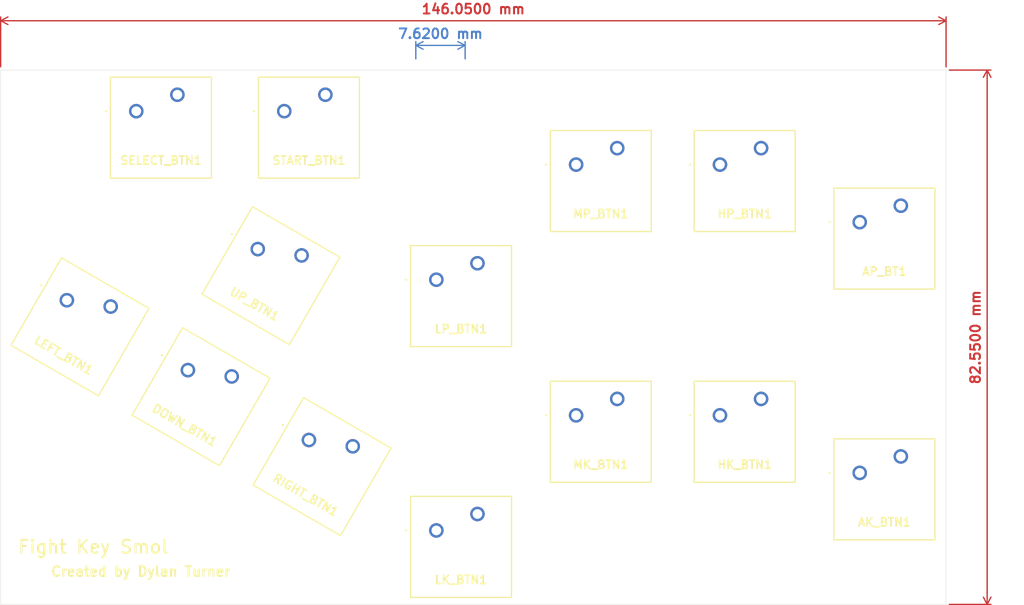
<source format=kicad_pcb>
(kicad_pcb (version 20211014) (generator pcbnew)
  (title_block (title "Fight Key Smol PCB") (date "2023-04-14") (rev "2") (company "Dylan Turner"))
  (layers (0 "F.Cu" signal) (31 "B.Cu" signal) (34 "B.Paste" user) (35 "F.Paste" user) (36 "B.SilkS" user "B.Silkscreen") (37 "F.SilkS" user "F.Silkscreen") (38 "B.Mask" user) (39 "F.Mask" user) (44 "Edge.Cuts" user))
  (net 0 "")
  (net 1 "/GND")
  (net 2 "/LK")
  (net 3 "/MK")
  (net 4 "/HK")
  (net 5 "/AK")
  (net 6 "/LP")
  (net 7 "/MP")
  (net 8 "/HP")
  (net 9 "/AP")
  (net 10 "/DOWN")
  (net 11 "/LEFT")
  (net 12 "/RIGHT")
  (net 13 "/SELECT")
  (net 14 "/START")
  (net 15 "/UP")
  (footprint "SamacSys_Parts:MX1AE1NW" (layer "F.Cu") (at 79.727511 98.425 -30)
    (fp_text reference "DOWN_BTN1" (at 3.81 7.62 -30) (layer "F.SilkS") (effects (font (size 1.27 1.27) (thickness 0.254))))
    (fp_text value "MX1A-E1NW" hide)
    (fp_line (start -4.7 0) (end -4.7 0) (layer "F.SilkS") (width 0.2))
    (fp_line (start 11.61 10.34) (end 11.61 -5.26) (layer "F.SilkS") (width 0.2))
    (fp_line (start -3.99 10.34) (end 11.61 10.34) (layer "F.SilkS") (width 0.2))
    (fp_line (start -4.6 0) (end -4.6 0) (layer "F.SilkS") (width 0.2))
    (fp_line (start 11.61 -5.26) (end -3.99 -5.26) (layer "F.SilkS") (width 0.2))
    (fp_line (start -4.7 0) (end -4.7 0) (layer "F.SilkS") (width 0.2))
    (fp_line (start -3.99 -5.26) (end -3.99 10.34) (layer "F.SilkS") (width 0.2))
    (fp_arc (start -4.6 0) (mid -4.65 0.05) (end -4.7 0) (layer "F.SilkS") (width 0.2))
    (fp_arc (start -4.7 0) (mid -4.65 -0.05) (end -4.6 0) (layer "F.SilkS") (width 0.2))
    (fp_arc (start -4.6 0) (mid -4.65 0.05) (end -4.7 0) (layer "F.SilkS") (width 0.2))
    (pad "" np_thru_hole circle (at 3.81 2.54 330) (size 3.9878 3.9878) (drill 3.9878) (layers *.Cu *.Mask))
    (pad "1" thru_hole circle (at 0 0 330) (size 2.248 2.248) (drill 1.4986) (layers *.Cu *.Mask) (net 1 "/GND"))
    (pad "2" thru_hole circle (at 6.35 -2.54 330) (size 2.248 2.248) (drill 1.4986) (layers *.Cu *.Mask) (net 10 "/DOWN"))
  )
  (footprint "SamacSys_Parts:MX1AE1NW" (layer "F.Cu") (at 94.615 58.42)
    (fp_text reference "START_BTN1" (at 3.81 7.62) (layer "F.SilkS") (effects (font (size 1.27 1.27) (thickness 0.254))))
    (fp_text value "MX1A-E1NW" hide)
    (fp_line (start -3.99 10.34) (end 11.61 10.34) (layer "F.SilkS") (width 0.2))
    (fp_line (start 11.61 -5.26) (end -3.99 -5.26) (layer "F.SilkS") (width 0.2))
    (fp_line (start -3.99 -5.26) (end -3.99 10.34) (layer "F.SilkS") (width 0.2))
    (fp_line (start -4.7 0) (end -4.7 0) (layer "F.SilkS") (width 0.2))
    (fp_line (start -4.7 0) (end -4.7 0) (layer "F.SilkS") (width 0.2))
    (fp_line (start 11.61 10.34) (end 11.61 -5.26) (layer "F.SilkS") (width 0.2))
    (fp_line (start -4.6 0) (end -4.6 0) (layer "F.SilkS") (width 0.2))
    (fp_arc (start -4.7 0) (mid -4.65 -0.05) (end -4.6 0) (layer "F.SilkS") (width 0.2))
    (fp_arc (start -4.6 0) (mid -4.65 0.05) (end -4.7 0) (layer "F.SilkS") (width 0.2))
    (fp_arc (start -4.6 0) (mid -4.65 0.05) (end -4.7 0) (layer "F.SilkS") (width 0.2))
    (pad "" np_thru_hole circle (at 3.81 2.54) (size 3.9878 3.9878) (drill 3.9878) (layers *.Cu *.Mask))
    (pad "1" thru_hole circle (at 0 0) (size 2.248 2.248) (drill 1.4986) (layers *.Cu *.Mask) (net 1 "/GND"))
    (pad "2" thru_hole circle (at 6.35 -2.54) (size 2.248 2.248) (drill 1.4986) (layers *.Cu *.Mask) (net 14 "/START"))
  )
  (footprint "SamacSys_Parts:MX1AE1NW" (layer "F.Cu") (at 61.030023 87.63 -30)
    (fp_text reference "LEFT_BTN1" (at 3.81 7.62 -30) (layer "F.SilkS") (effects (font (size 1.27 1.27) (thickness 0.254))))
    (fp_text value "MX1A-E1NW" hide)
    (fp_line (start 11.61 10.34) (end 11.61 -5.26) (layer "F.SilkS") (width 0.2))
    (fp_line (start -4.7 0) (end -4.7 0) (layer "F.SilkS") (width 0.2))
    (fp_line (start -3.99 -5.26) (end -3.99 10.34) (layer "F.SilkS") (width 0.2))
    (fp_line (start -3.99 10.34) (end 11.61 10.34) (layer "F.SilkS") (width 0.2))
    (fp_line (start -4.6 0) (end -4.6 0) (layer "F.SilkS") (width 0.2))
    (fp_line (start 11.61 -5.26) (end -3.99 -5.26) (layer "F.SilkS") (width 0.2))
    (fp_line (start -4.7 0) (end -4.7 0) (layer "F.SilkS") (width 0.2))
    (fp_arc (start -4.7 0) (mid -4.65 -0.05) (end -4.6 0) (layer "F.SilkS") (width 0.2))
    (fp_arc (start -4.6 0) (mid -4.65 0.05) (end -4.7 0) (layer "F.SilkS") (width 0.2))
    (fp_arc (start -4.6 0) (mid -4.65 0.05) (end -4.7 0) (layer "F.SilkS") (width 0.2))
    (pad "" np_thru_hole circle (at 3.81 2.54 330) (size 3.9878 3.9878) (drill 3.9878) (layers *.Cu *.Mask))
    (pad "1" thru_hole circle (at 0 0 330) (size 2.248 2.248) (drill 1.4986) (layers *.Cu *.Mask) (net 1 "/GND"))
    (pad "2" thru_hole circle (at 6.35 -2.54 330) (size 2.248 2.248) (drill 1.4986) (layers *.Cu *.Mask) (net 11 "/LEFT"))
  )
  (footprint "SamacSys_Parts:MX1AE1NW" (layer "F.Cu") (at 98.425 109.22 -30)
    (fp_text reference "RIGHT_BTN1" (at 3.81 7.62 -30) (layer "F.SilkS") (effects (font (size 1.27 1.27) (thickness 0.254))))
    (fp_text value "MX1A-E1NW" hide)
    (fp_line (start -4.7 0) (end -4.7 0) (layer "F.SilkS") (width 0.2))
    (fp_line (start -3.99 -5.26) (end -3.99 10.34) (layer "F.SilkS") (width 0.2))
    (fp_line (start -3.99 10.34) (end 11.61 10.34) (layer "F.SilkS") (width 0.2))
    (fp_line (start -4.6 0) (end -4.6 0) (layer "F.SilkS") (width 0.2))
    (fp_line (start -4.7 0) (end -4.7 0) (layer "F.SilkS") (width 0.2))
    (fp_line (start 11.61 10.34) (end 11.61 -5.26) (layer "F.SilkS") (width 0.2))
    (fp_line (start 11.61 -5.26) (end -3.99 -5.26) (layer "F.SilkS") (width 0.2))
    (fp_arc (start -4.7 0) (mid -4.65 -0.05) (end -4.6 0) (layer "F.SilkS") (width 0.2))
    (fp_arc (start -4.6 0) (mid -4.65 0.05) (end -4.7 0) (layer "F.SilkS") (width 0.2))
    (fp_arc (start -4.6 0) (mid -4.65 0.05) (end -4.7 0) (layer "F.SilkS") (width 0.2))
    (pad "" np_thru_hole circle (at 3.81 2.54 330) (size 3.9878 3.9878) (drill 3.9878) (layers *.Cu *.Mask))
    (pad "1" thru_hole circle (at 0 0 330) (size 2.248 2.248) (drill 1.4986) (layers *.Cu *.Mask) (net 1 "/GND"))
    (pad "2" thru_hole circle (at 6.35 -2.54 330) (size 2.248 2.248) (drill 1.4986) (layers *.Cu *.Mask) (net 12 "/RIGHT"))
  )
  (footprint "SamacSys_Parts:MX1AE1NW" (layer "F.Cu") (at 71.755 58.42)
    (fp_text reference "SELECT_BTN1" (at 3.81 7.62) (layer "F.SilkS") (effects (font (size 1.27 1.27) (thickness 0.254))))
    (fp_text value "MX1A-E1NW" hide)
    (fp_line (start -4.6 0) (end -4.6 0) (layer "F.SilkS") (width 0.2))
    (fp_line (start -4.7 0) (end -4.7 0) (layer "F.SilkS") (width 0.2))
    (fp_line (start -3.99 -5.26) (end -3.99 10.34) (layer "F.SilkS") (width 0.2))
    (fp_line (start 11.61 -5.26) (end -3.99 -5.26) (layer "F.SilkS") (width 0.2))
    (fp_line (start -3.99 10.34) (end 11.61 10.34) (layer "F.SilkS") (width 0.2))
    (fp_line (start -4.7 0) (end -4.7 0) (layer "F.SilkS") (width 0.2))
    (fp_line (start 11.61 10.34) (end 11.61 -5.26) (layer "F.SilkS") (width 0.2))
    (fp_arc (start -4.6 0) (mid -4.65 0.05) (end -4.7 0) (layer "F.SilkS") (width 0.2))
    (fp_arc (start -4.7 0) (mid -4.65 -0.05) (end -4.6 0) (layer "F.SilkS") (width 0.2))
    (fp_arc (start -4.6 0) (mid -4.65 0.05) (end -4.7 0) (layer "F.SilkS") (width 0.2))
    (pad "" np_thru_hole circle (at 3.81 2.54) (size 3.9878 3.9878) (drill 3.9878) (layers *.Cu *.Mask))
    (pad "1" thru_hole circle (at 0 0) (size 2.248 2.248) (drill 1.4986) (layers *.Cu *.Mask) (net 1 "/GND"))
    (pad "2" thru_hole circle (at 6.35 -2.54) (size 2.248 2.248) (drill 1.4986) (layers *.Cu *.Mask) (net 13 "/SELECT"))
  )
  (footprint "SamacSys_Parts:MX1AE1NW" (layer "F.Cu") (at 90.522511 79.727511 -30)
    (fp_text reference "UP_BTN1" (at 3.81 7.62 -30) (layer "F.SilkS") (effects (font (size 1.27 1.27) (thickness 0.254))))
    (fp_text value "MX1A-E1NW" hide)
    (fp_line (start -4.7 0) (end -4.7 0) (layer "F.SilkS") (width 0.2))
    (fp_line (start -3.99 -5.26) (end -3.99 10.34) (layer "F.SilkS") (width 0.2))
    (fp_line (start -4.6 0) (end -4.6 0) (layer "F.SilkS") (width 0.2))
    (fp_line (start -4.7 0) (end -4.7 0) (layer "F.SilkS") (width 0.2))
    (fp_line (start 11.61 10.34) (end 11.61 -5.26) (layer "F.SilkS") (width 0.2))
    (fp_line (start -3.99 10.34) (end 11.61 10.34) (layer "F.SilkS") (width 0.2))
    (fp_line (start 11.61 -5.26) (end -3.99 -5.26) (layer "F.SilkS") (width 0.2))
    (fp_arc (start -4.7 0) (mid -4.65 -0.05) (end -4.6 0) (layer "F.SilkS") (width 0.2))
    (fp_arc (start -4.6 0) (mid -4.65 0.05) (end -4.7 0) (layer "F.SilkS") (width 0.2))
    (fp_arc (start -4.6 0) (mid -4.65 0.05) (end -4.7 0) (layer "F.SilkS") (width 0.2))
    (pad "" np_thru_hole circle (at 3.81 2.54 330) (size 3.9878 3.9878) (drill 3.9878) (layers *.Cu *.Mask))
    (pad "1" thru_hole circle (at 0 0 330) (size 2.248 2.248) (drill 1.4986) (layers *.Cu *.Mask) (net 1 "/GND"))
    (pad "2" thru_hole circle (at 6.35 -2.54 330) (size 2.248 2.248) (drill 1.4986) (layers *.Cu *.Mask) (net 15 "/UP"))
  )
  (footprint "SamacSys_Parts:MX1AE1NW" (layer "F.Cu") (at 118.11 123.19)
    (fp_text reference "LK_BTN1" (at 3.81 7.62) (layer "F.SilkS") (effects (font (size 1.27 1.27) (thickness 0.254))))
    (fp_text value "MX1A-E1NW" hide)
    (fp_line (start -3.99 -5.26) (end -3.99 10.34) (layer "F.SilkS") (width 0.2))
    (fp_line (start 11.61 10.34) (end 11.61 -5.26) (layer "F.SilkS") (width 0.2))
    (fp_line (start -4.7 0) (end -4.7 0) (layer "F.SilkS") (width 0.2))
    (fp_line (start -3.99 10.34) (end 11.61 10.34) (layer "F.SilkS") (width 0.2))
    (fp_line (start -4.7 0) (end -4.7 0) (layer "F.SilkS") (width 0.2))
    (fp_line (start 11.61 -5.26) (end -3.99 -5.26) (layer "F.SilkS") (width 0.2))
    (fp_line (start -4.6 0) (end -4.6 0) (layer "F.SilkS") (width 0.2))
    (fp_arc (start -4.7 0) (mid -4.65 -0.05) (end -4.6 0) (layer "F.SilkS") (width 0.2))
    (fp_arc (start -4.6 0) (mid -4.65 0.05) (end -4.7 0) (layer "F.SilkS") (width 0.2))
    (fp_arc (start -4.6 0) (mid -4.65 0.05) (end -4.7 0) (layer "F.SilkS") (width 0.2))
    (pad "" np_thru_hole circle (at 3.81 2.54) (size 3.9878 3.9878) (drill 3.9878) (layers *.Cu *.Mask))
    (pad "1" thru_hole circle (at 0 0) (size 2.248 2.248) (drill 1.4986) (layers *.Cu *.Mask) (net 1 "/GND"))
    (pad "2" thru_hole circle (at 6.35 -2.54) (size 2.248 2.248) (drill 1.4986) (layers *.Cu *.Mask) (net 2 "/LK"))
  )
  (footprint "SamacSys_Parts:MX1AE1NW" (layer "F.Cu") (at 139.7 105.41)
    (fp_text reference "MK_BTN1" (at 3.81 7.62) (layer "F.SilkS") (effects (font (size 1.27 1.27) (thickness 0.254))))
    (fp_text value "MX1A-E1NW" hide)
    (fp_line (start 11.61 10.34) (end 11.61 -5.26) (layer "F.SilkS") (width 0.2))
    (fp_line (start -3.99 -5.26) (end -3.99 10.34) (layer "F.SilkS") (width 0.2))
    (fp_line (start -4.7 0) (end -4.7 0) (layer "F.SilkS") (width 0.2))
    (fp_line (start -3.99 10.34) (end 11.61 10.34) (layer "F.SilkS") (width 0.2))
    (fp_line (start -4.7 0) (end -4.7 0) (layer "F.SilkS") (width 0.2))
    (fp_line (start 11.61 -5.26) (end -3.99 -5.26) (layer "F.SilkS") (width 0.2))
    (fp_line (start -4.6 0) (end -4.6 0) (layer "F.SilkS") (width 0.2))
    (fp_arc (start -4.6 0) (mid -4.65 0.05) (end -4.7 0) (layer "F.SilkS") (width 0.2))
    (fp_arc (start -4.7 0) (mid -4.65 -0.05) (end -4.6 0) (layer "F.SilkS") (width 0.2))
    (fp_arc (start -4.6 0) (mid -4.65 0.05) (end -4.7 0) (layer "F.SilkS") (width 0.2))
    (pad "" np_thru_hole circle (at 3.81 2.54) (size 3.9878 3.9878) (drill 3.9878) (layers *.Cu *.Mask))
    (pad "1" thru_hole circle (at 0 0) (size 2.248 2.248) (drill 1.4986) (layers *.Cu *.Mask) (net 1 "/GND"))
    (pad "2" thru_hole circle (at 6.35 -2.54) (size 2.248 2.248) (drill 1.4986) (layers *.Cu *.Mask) (net 3 "/MK"))
  )
  (footprint "SamacSys_Parts:MX1AE1NW" (layer "F.Cu") (at 161.925 105.41)
    (fp_text reference "HK_BTN1" (at 3.81 7.62) (layer "F.SilkS") (effects (font (size 1.27 1.27) (thickness 0.254))))
    (fp_text value "MX1A-E1NW" hide)
    (fp_line (start -3.99 -5.26) (end -3.99 10.34) (layer "F.SilkS") (width 0.2))
    (fp_line (start -4.7 0) (end -4.7 0) (layer "F.SilkS") (width 0.2))
    (fp_line (start -4.6 0) (end -4.6 0) (layer "F.SilkS") (width 0.2))
    (fp_line (start -3.99 10.34) (end 11.61 10.34) (layer "F.SilkS") (width 0.2))
    (fp_line (start 11.61 10.34) (end 11.61 -5.26) (layer "F.SilkS") (width 0.2))
    (fp_line (start -4.7 0) (end -4.7 0) (layer "F.SilkS") (width 0.2))
    (fp_line (start 11.61 -5.26) (end -3.99 -5.26) (layer "F.SilkS") (width 0.2))
    (fp_arc (start -4.6 0) (mid -4.65 0.05) (end -4.7 0) (layer "F.SilkS") (width 0.2))
    (fp_arc (start -4.6 0) (mid -4.65 0.05) (end -4.7 0) (layer "F.SilkS") (width 0.2))
    (fp_arc (start -4.7 0) (mid -4.65 -0.05) (end -4.6 0) (layer "F.SilkS") (width 0.2))
    (pad "" np_thru_hole circle (at 3.81 2.54) (size 3.9878 3.9878) (drill 3.9878) (layers *.Cu *.Mask))
    (pad "1" thru_hole circle (at 0 0) (size 2.248 2.248) (drill 1.4986) (layers *.Cu *.Mask) (net 1 "/GND"))
    (pad "2" thru_hole circle (at 6.35 -2.54) (size 2.248 2.248) (drill 1.4986) (layers *.Cu *.Mask) (net 4 "/HK"))
  )
  (footprint "SamacSys_Parts:MX1AE1NW" (layer "F.Cu") (at 118.11 84.455)
    (fp_text reference "LP_BTN1" (at 3.81 7.62) (layer "F.SilkS") (effects (font (size 1.27 1.27) (thickness 0.254))))
    (fp_text value "MX1A-E1NW" hide)
    (fp_line (start 11.61 -5.26) (end -3.99 -5.26) (layer "F.SilkS") (width 0.2))
    (fp_line (start 11.61 10.34) (end 11.61 -5.26) (layer "F.SilkS") (width 0.2))
    (fp_line (start -3.99 10.34) (end 11.61 10.34) (layer "F.SilkS") (width 0.2))
    (fp_line (start -3.99 -5.26) (end -3.99 10.34) (layer "F.SilkS") (width 0.2))
    (fp_line (start -4.6 0) (end -4.6 0) (layer "F.SilkS") (width 0.2))
    (fp_line (start -4.7 0) (end -4.7 0) (layer "F.SilkS") (width 0.2))
    (fp_line (start -4.7 0) (end -4.7 0) (layer "F.SilkS") (width 0.2))
    (fp_arc (start -4.6 0) (mid -4.65 0.05) (end -4.7 0) (layer "F.SilkS") (width 0.2))
    (fp_arc (start -4.6 0) (mid -4.65 0.05) (end -4.7 0) (layer "F.SilkS") (width 0.2))
    (fp_arc (start -4.7 0) (mid -4.65 -0.05) (end -4.6 0) (layer "F.SilkS") (width 0.2))
    (pad "" np_thru_hole circle (at 3.81 2.54) (size 3.9878 3.9878) (drill 3.9878) (layers *.Cu *.Mask))
    (pad "1" thru_hole circle (at 0 0) (size 2.248 2.248) (drill 1.4986) (layers *.Cu *.Mask) (net 1 "/GND"))
    (pad "2" thru_hole circle (at 6.35 -2.54) (size 2.248 2.248) (drill 1.4986) (layers *.Cu *.Mask) (net 6 "/LP"))
  )
  (footprint "SamacSys_Parts:MX1AE1NW" (layer "F.Cu") (at 139.7 66.675)
    (fp_text reference "MP_BTN1" (at 3.81 7.62) (layer "F.SilkS") (effects (font (size 1.27 1.27) (thickness 0.254))))
    (fp_text value "MX1A-E1NW" hide)
    (fp_line (start -4.7 0) (end -4.7 0) (layer "F.SilkS") (width 0.2))
    (fp_line (start -3.99 -5.26) (end -3.99 10.34) (layer "F.SilkS") (width 0.2))
    (fp_line (start -4.6 0) (end -4.6 0) (layer "F.SilkS") (width 0.2))
    (fp_line (start -3.99 10.34) (end 11.61 10.34) (layer "F.SilkS") (width 0.2))
    (fp_line (start 11.61 -5.26) (end -3.99 -5.26) (layer "F.SilkS") (width 0.2))
    (fp_line (start -4.7 0) (end -4.7 0) (layer "F.SilkS") (width 0.2))
    (fp_line (start 11.61 10.34) (end 11.61 -5.26) (layer "F.SilkS") (width 0.2))
    (fp_arc (start -4.6 0) (mid -4.65 0.05) (end -4.7 0) (layer "F.SilkS") (width 0.2))
    (fp_arc (start -4.7 0) (mid -4.65 -0.05) (end -4.6 0) (layer "F.SilkS") (width 0.2))
    (fp_arc (start -4.6 0) (mid -4.65 0.05) (end -4.7 0) (layer "F.SilkS") (width 0.2))
    (pad "" np_thru_hole circle (at 3.81 2.54) (size 3.9878 3.9878) (drill 3.9878) (layers *.Cu *.Mask))
    (pad "1" thru_hole circle (at 0 0) (size 2.248 2.248) (drill 1.4986) (layers *.Cu *.Mask) (net 1 "/GND"))
    (pad "2" thru_hole circle (at 6.35 -2.54) (size 2.248 2.248) (drill 1.4986) (layers *.Cu *.Mask) (net 7 "/MP"))
  )
  (footprint "SamacSys_Parts:MX1AE1NW" (layer "F.Cu") (at 161.925 66.675)
    (fp_text reference "HP_BTN1" (at 3.81 7.62) (layer "F.SilkS") (effects (font (size 1.27 1.27) (thickness 0.254))))
    (fp_text value "MX1A-E1NW" hide)
    (fp_line (start -4.7 0) (end -4.7 0) (layer "F.SilkS") (width 0.2))
    (fp_line (start -4.7 0) (end -4.7 0) (layer "F.SilkS") (width 0.2))
    (fp_line (start 11.61 10.34) (end 11.61 -5.26) (layer "F.SilkS") (width 0.2))
    (fp_line (start -3.99 10.34) (end 11.61 10.34) (layer "F.SilkS") (width 0.2))
    (fp_line (start -3.99 -5.26) (end -3.99 10.34) (layer "F.SilkS") (width 0.2))
    (fp_line (start 11.61 -5.26) (end -3.99 -5.26) (layer "F.SilkS") (width 0.2))
    (fp_line (start -4.6 0) (end -4.6 0) (layer "F.SilkS") (width 0.2))
    (fp_arc (start -4.7 0) (mid -4.65 -0.05) (end -4.6 0) (layer "F.SilkS") (width 0.2))
    (fp_arc (start -4.6 0) (mid -4.65 0.05) (end -4.7 0) (layer "F.SilkS") (width 0.2))
    (fp_arc (start -4.6 0) (mid -4.65 0.05) (end -4.7 0) (layer "F.SilkS") (width 0.2))
    (pad "" np_thru_hole circle (at 3.81 2.54) (size 3.9878 3.9878) (drill 3.9878) (layers *.Cu *.Mask))
    (pad "1" thru_hole circle (at 0 0) (size 2.248 2.248) (drill 1.4986) (layers *.Cu *.Mask) (net 1 "/GND"))
    (pad "2" thru_hole circle (at 6.35 -2.54) (size 2.248 2.248) (drill 1.4986) (layers *.Cu *.Mask) (net 8 "/HP"))
  )
  (footprint "SamacSys_Parts:MX1AE1NW" (layer "F.Cu") (at 183.515 75.565)
    (fp_text reference "AP_BT1" (at 3.81 7.62) (layer "F.SilkS") (effects (font (size 1.27 1.27) (thickness 0.254))))
    (fp_text value "MX1A-E1NW" hide)
    (fp_line (start -4.7 0) (end -4.7 0) (layer "F.SilkS") (width 0.2))
    (fp_line (start -3.99 10.34) (end 11.61 10.34) (layer "F.SilkS") (width 0.2))
    (fp_line (start 11.61 10.34) (end 11.61 -5.26) (layer "F.SilkS") (width 0.2))
    (fp_line (start -4.7 0) (end -4.7 0) (layer "F.SilkS") (width 0.2))
    (fp_line (start -4.6 0) (end -4.6 0) (layer "F.SilkS") (width 0.2))
    (fp_line (start 11.61 -5.26) (end -3.99 -5.26) (layer "F.SilkS") (width 0.2))
    (fp_line (start -3.99 -5.26) (end -3.99 10.34) (layer "F.SilkS") (width 0.2))
    (fp_arc (start -4.6 0) (mid -4.65 0.05) (end -4.7 0) (layer "F.SilkS") (width 0.2))
    (fp_arc (start -4.7 0) (mid -4.65 -0.05) (end -4.6 0) (layer "F.SilkS") (width 0.2))
    (fp_arc (start -4.6 0) (mid -4.65 0.05) (end -4.7 0) (layer "F.SilkS") (width 0.2))
    (pad "" np_thru_hole circle (at 3.81 2.54) (size 3.9878 3.9878) (drill 3.9878) (layers *.Cu *.Mask))
    (pad "1" thru_hole circle (at 0 0) (size 2.248 2.248) (drill 1.4986) (layers *.Cu *.Mask) (net 1 "/GND"))
    (pad "2" thru_hole circle (at 6.35 -2.54) (size 2.248 2.248) (drill 1.4986) (layers *.Cu *.Mask) (net 9 "/AP"))
  )
  (footprint "SamacSys_Parts:MX1AE1NW" (layer "F.Cu") (at 183.515 114.3)
    (fp_text reference "AK_BTN1" (at 3.81 7.62) (layer "F.SilkS") (effects (font (size 1.27 1.27) (thickness 0.254))))
    (fp_text value "MX1A-E1NW" hide)
    (fp_line (start -4.6 0) (end -4.6 0) (layer "F.SilkS") (width 0.2))
    (fp_line (start -3.99 -5.26) (end -3.99 10.34) (layer "F.SilkS") (width 0.2))
    (fp_line (start -4.7 0) (end -4.7 0) (layer "F.SilkS") (width 0.2))
    (fp_line (start 11.61 -5.26) (end -3.99 -5.26) (layer "F.SilkS") (width 0.2))
    (fp_line (start 11.61 10.34) (end 11.61 -5.26) (layer "F.SilkS") (width 0.2))
    (fp_line (start -4.7 0) (end -4.7 0) (layer "F.SilkS") (width 0.2))
    (fp_line (start -3.99 10.34) (end 11.61 10.34) (layer "F.SilkS") (width 0.2))
    (fp_arc (start -4.7 0) (mid -4.65 -0.05) (end -4.6 0) (layer "F.SilkS") (width 0.2))
    (fp_arc (start -4.6 0) (mid -4.65 0.05) (end -4.7 0) (layer "F.SilkS") (width 0.2))
    (fp_arc (start -4.6 0) (mid -4.65 0.05) (end -4.7 0) (layer "F.SilkS") (width 0.2))
    (pad "" np_thru_hole circle (at 3.81 2.54) (size 3.9878 3.9878) (drill 3.9878) (layers *.Cu *.Mask))
    (pad "1" thru_hole circle (at 0 0) (size 2.248 2.248) (drill 1.4986) (layers *.Cu *.Mask) (net 1 "/GND"))
    (pad "2" thru_hole circle (at 6.35 -2.54) (size 2.248 2.248) (drill 1.4986) (layers *.Cu *.Mask) (net 5 "/AK"))
  )
  (gr_line (start 196.85 52.07) (end 196.85 134.62) (layer "Edge.Cuts") (width 0.05))
  (gr_line (start 196.85 52.07) (end 50.8 52.07) (layer "Edge.Cuts") (width 0.05))
  (gr_line (start 50.8 134.62) (end 196.85 134.62) (layer "Edge.Cuts") (width 0.05))
  (gr_line (start 50.8 134.62) (end 50.8 52.07) (layer "Edge.Cuts") (width 0.05))
  (gr_text "Fight Key Smol" (at 53.34 125.73) (layer "F.SilkS") (effects (font (size 2 2) (thickness 0.3)) (justify left)))
  (gr_text "Created by Dylan Turner" (at 58.42 129.54) (layer "F.SilkS") (effects (font (size 1.5 1.5) (thickness 0.3)) (justify left)))
  (dimension (type aligned) (layer "F.Cu") (pts (xy 196.85 52.07) (xy 196.85 134.62)) (height -6.35) (gr_text "82.5500 mm" (at 201.4 93.345 90) (layer "F.Cu") (effects (font (size 1.5 1.5) (thickness 0.3)))) (format (units 3) (units_format 1) (precision 4)) (style (thickness 0.2) (arrow_length 1.27) (text_position_mode 0) (extension_height 0.58642) (extension_offset 0.5) keep_text_aligned))
  (dimension (type aligned) (layer "F.Cu") (pts (xy 50.8 52.07) (xy 196.85 52.07)) (height -7.62) (gr_text "146.0500 mm" (at 123.825 42.65) (layer "F.Cu") (effects (font (size 1.5 1.5) (thickness 0.3)))) (format (units 3) (units_format 1) (precision 4)) (style (thickness 0.2) (arrow_length 1.27) (text_position_mode 0) (extension_height 0.58642) (extension_offset 0.5) keep_text_aligned))
  (dimension (type aligned) (layer "B.Cu") (pts (xy 114.935 50.835) (xy 122.555 50.835)) (height -2.575) (gr_text "7.6200 mm" (at 118.745 46.46) (layer "B.Cu") (effects (font (size 1.5 1.5) (thickness 0.3)))) (format (units 3) (units_format 1) (precision 4)) (style (thickness 0.2) (arrow_length 1.27) (text_position_mode 0) (extension_height 0.58642) (extension_offset 0.5) keep_text_aligned))
)
</source>
